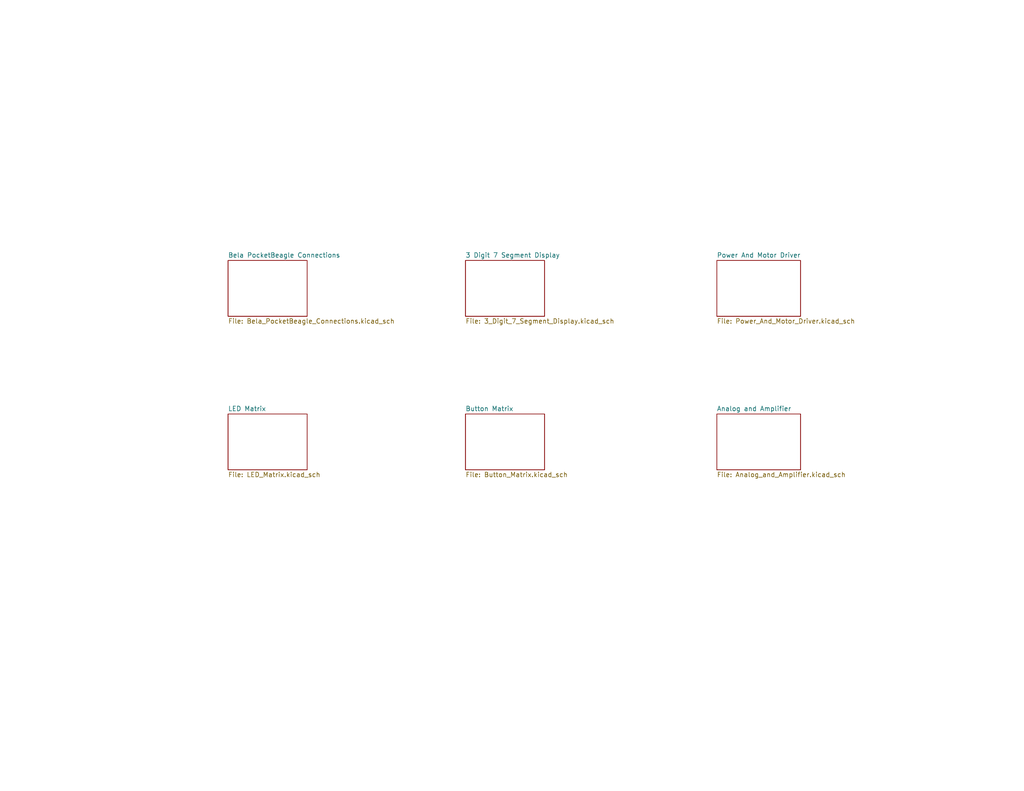
<source format=kicad_sch>
(kicad_sch (version 20211123) (generator eeschema)
  (paper "USLetter")
  (title_block (title "Drum Machine") (date "2018-06-15") (rev "V00") (company "Prototype Engineering Studio LLC"))
  (lib_symbols)
  (sheet (at 62.23 71.12) (size 21.59 15.24)
    (property "Sheet name" "Bela PocketBeagle Connections " (at 62.23 70.4084 0) (effects (justify left bottom)))
    (property "Sheet file" "Bela_PocketBeagle_Connections.kicad_sch" (at 62.23 86.9446 0) (effects (justify left top)))
  )
  (sheet (at 127 71.12) (size 21.59 15.24)
    (property "Sheet name" "3 Digit 7 Segment Display" (at 127 70.4084 0) (effects (justify left bottom)))
    (property "Sheet file" "3_Digit_7_Segment_Display.kicad_sch" (at 127 86.9446 0) (effects (justify left top)))
  )
  (sheet (at 62.23 113.03) (size 21.59 15.24)
    (property "Sheet name" "LED Matrix" (at 62.23 112.3184 0) (effects (justify left bottom)))
    (property "Sheet file" "LED_Matrix.kicad_sch" (at 62.23 128.8546 0) (effects (justify left top)))
  )
  (sheet (at 127 113.03) (size 21.59 15.24)
    (property "Sheet name" "Button Matrix" (at 127 112.3184 0) (effects (justify left bottom)))
    (property "Sheet file" "Button_Matrix.kicad_sch" (at 127 128.8546 0) (effects (justify left top)))
  )
  (sheet (at 195.58 71.12) (size 22.86 15.24)
    (property "Sheet name" "Power And Motor Driver" (at 195.58 70.4084 0) (effects (justify left bottom)))
    (property "Sheet file" "Power_And_Motor_Driver.kicad_sch" (at 195.58 86.9446 0) (effects (justify left top)))
  )
  (sheet (at 195.58 113.03) (size 22.86 15.24)
    (property "Sheet name" "Analog and Amplifier" (at 195.58 112.3184 0) (effects (justify left bottom)))
    (property "Sheet file" "Analog_and_Amplifier.kicad_sch" (at 195.58 128.8546 0) (effects (justify left top)))
  )
)
</source>
